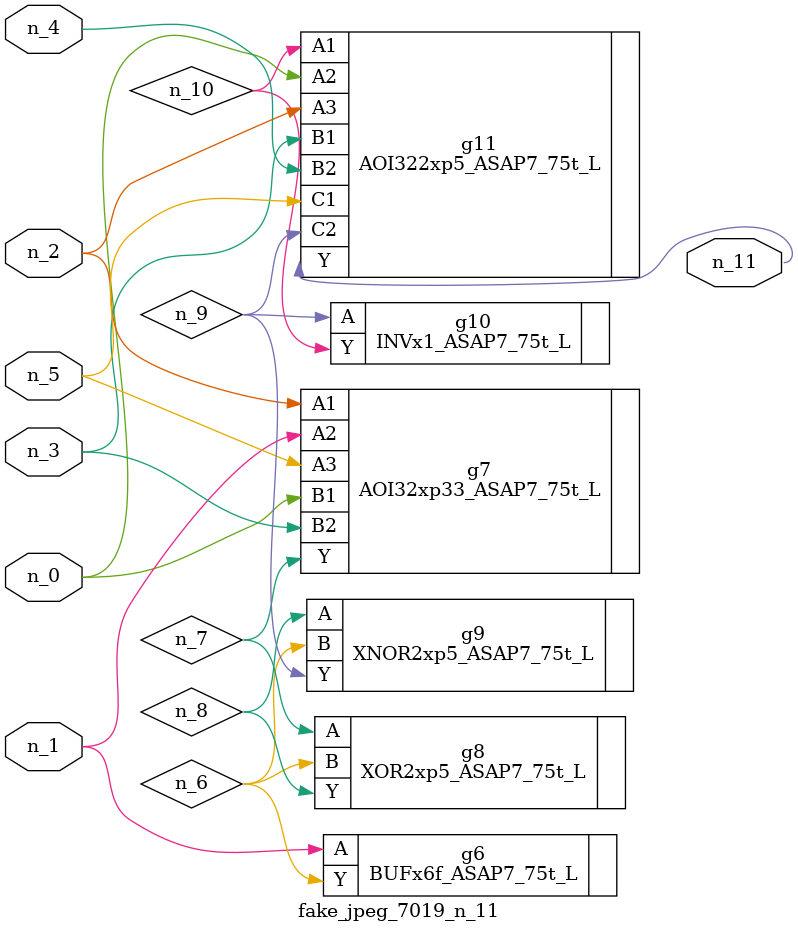
<source format=v>
module fake_jpeg_7019_n_11 (n_3, n_2, n_1, n_0, n_4, n_5, n_11);

input n_3;
input n_2;
input n_1;
input n_0;
input n_4;
input n_5;

output n_11;

wire n_10;
wire n_8;
wire n_9;
wire n_6;
wire n_7;

BUFx6f_ASAP7_75t_L g6 ( 
.A(n_1),
.Y(n_6)
);

AOI32xp33_ASAP7_75t_L g7 ( 
.A1(n_2),
.A2(n_1),
.A3(n_5),
.B1(n_0),
.B2(n_3),
.Y(n_7)
);

XOR2xp5_ASAP7_75t_L g8 ( 
.A(n_7),
.B(n_6),
.Y(n_8)
);

XNOR2xp5_ASAP7_75t_L g9 ( 
.A(n_8),
.B(n_6),
.Y(n_9)
);

INVx1_ASAP7_75t_L g10 ( 
.A(n_9),
.Y(n_10)
);

AOI322xp5_ASAP7_75t_L g11 ( 
.A1(n_10),
.A2(n_0),
.A3(n_2),
.B1(n_3),
.B2(n_4),
.C1(n_5),
.C2(n_9),
.Y(n_11)
);


endmodule
</source>
